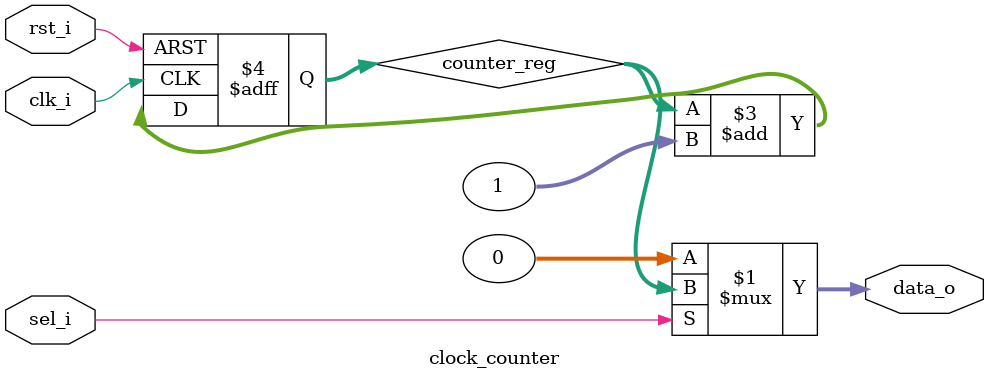
<source format=v>


module clock_counter (
   input                clk_i,
   input                rst_i,
   input                sel_i,   // Seçim sinyali
   output [31:0]        data_o   // Veri çıkışı, işlemciye gidiyor.
);

   reg [31:0] counter_reg;

   assign data_o = sel_i ? counter_reg : 32'b0;

   always @(posedge clk_i, posedge rst_i) begin
      if (rst_i) begin
         counter_reg <= 32'b0;
      end else begin
         counter_reg <= counter_reg + 1;
      end
   end

endmodule

</source>
